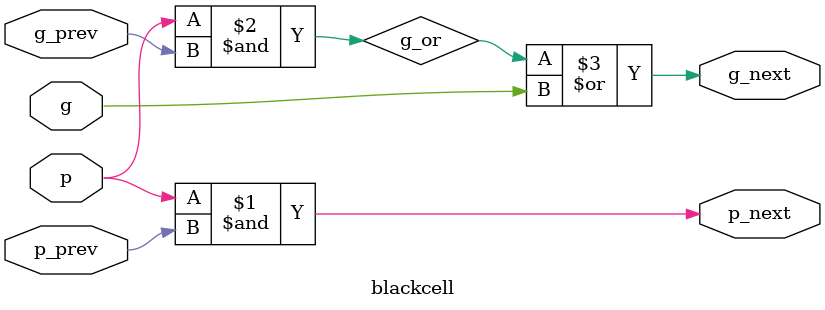
<source format=sv>
module blackcell(input wire p, p_prev, g, g_prev, 
                 output wire p_next, g_next);
       // Propagate
       and(p_next,p, p_prev);

       // Generate
       wire g_or;
       and(g_or, p, g_prev);
       or(g_next, g_or, g);

endmodule


</source>
